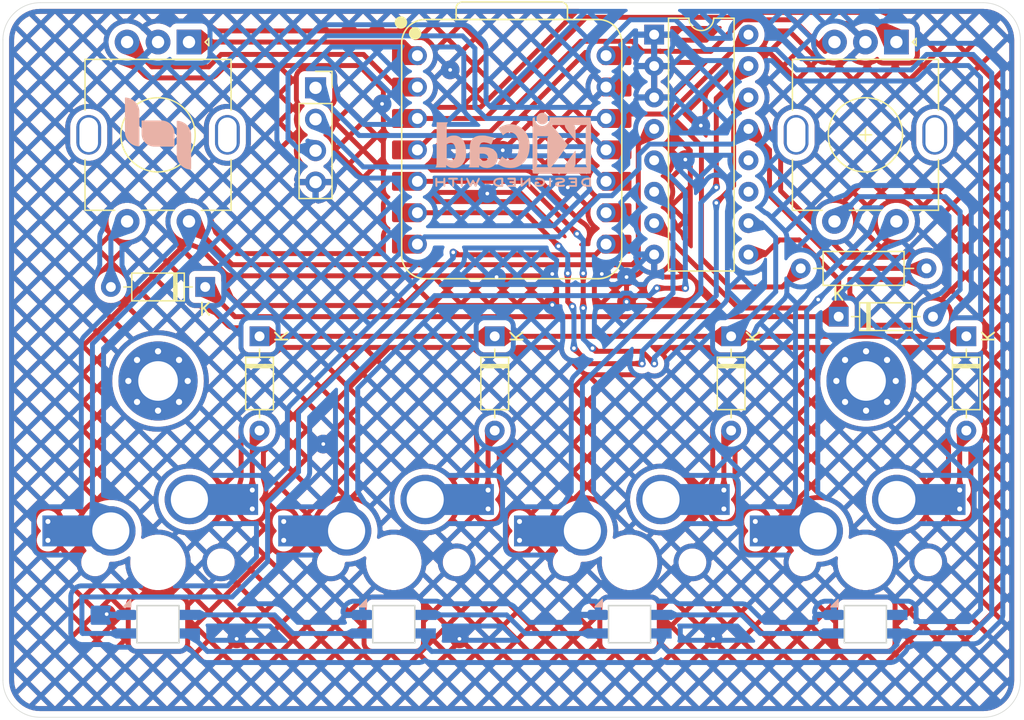
<source format=kicad_pcb>
(kicad_pcb (version 20240108) (generator "pcbnew") (generator_version "8.0")
  (layers (0 "F.Cu" signal) (31 "B.Cu" signal) (34 "B.Paste" user) (35 "F.Paste" user) (36 "B.SilkS" user "B.Silkscreen") (37 "F.SilkS" user "F.Silkscreen") (38 "B.Mask" user) (39 "F.Mask" user) (44 "Edge.Cuts" user))
  (net 0 "")
  (net 1 "/RGB")
  (net 2 "Net-(D1-DOUT)")
  (net 3 "Net-(D8-DOUT)")
  (net 4 "Net-(D10-DIN)")
  (net 5 "Net-(D2-A)")
  (net 6 "row1")
  (net 7 "Net-(D3-A)")
  (net 8 "Net-(D4-A)")
  (net 9 "Net-(D5-A)")
  (net 10 "row0")
  (net 11 "Net-(D6-A)")
  (net 12 "Net-(D7-A)")
  (net 13 "/ENC1_B")
  (net 14 "/ENC1_A")
  (net 16 "/ENC2_A")
  (net 17 "/ENC2_B")
  (net 18 "+3V3")
  (net 19 "/IO_INT")
  (net 21 "OLED_SCL")
  (net 22 "GND")
  (net 23 "OLED_SDA")
  (net 24 "col0")
  (net 25 "col1")
  (net 26 "col2")
  (net 27 "col3")
  (net 28 "+5V")
  (net 29 "/SDA_MUX")
  (net 30 "/SCK_MUX")
  (footprint "MountingHole:MountingHole_3.2mm_M3_Pad_Via" (layer "F.Cu") (at 102.4 104.4)
    (property "Reference" "REF**" (hide yes))
    (property "Value" "MountingHole_3.2mm_M3_Pad_Via")
    (pad "1" thru_hole circle (at -2.4 0) (size 0.8 0.8) (drill 0.5) (layers "*.Cu" "*.Mask"))
    (pad "1" thru_hole circle (at -1.697056 -1.697056) (size 0.8 0.8) (drill 0.5) (layers "*.Cu" "*.Mask"))
    (pad "1" thru_hole circle (at -1.697056 1.697056) (size 0.8 0.8) (drill 0.5) (layers "*.Cu" "*.Mask"))
    (pad "1" thru_hole circle (at 0 -2.4) (size 0.8 0.8) (drill 0.5) (layers "*.Cu" "*.Mask"))
    (pad "1" thru_hole circle (at 0 0) (size 6.4 6.4) (drill 3.2) (layers "*.Cu" "*.Mask"))
    (pad "1" thru_hole circle (at 0 2.4) (size 0.8 0.8) (drill 0.5) (layers "*.Cu" "*.Mask"))
    (pad "1" thru_hole circle (at 1.697056 -1.697056) (size 0.8 0.8) (drill 0.5) (layers "*.Cu" "*.Mask"))
    (pad "1" thru_hole circle (at 1.697056 1.697056) (size 0.8 0.8) (drill 0.5) (layers "*.Cu" "*.Mask"))
    (pad "1" thru_hole circle (at 2.4 0) (size 0.8 0.8) (drill 0.5) (layers "*.Cu" "*.Mask"))
  )
  (footprint "MountingHole:MountingHole_3.2mm_M3_Pad_Via" (layer "F.Cu") (at 159.6 104.4)
    (property "Reference" "REF**" (hide yes))
    (property "Value" "MountingHole_3.2mm_M3_Pad_Via")
    (pad "1" thru_hole circle (at -2.4 0) (size 0.8 0.8) (drill 0.5) (layers "*.Cu" "*.Mask"))
    (pad "1" thru_hole circle (at -1.697056 -1.697056) (size 0.8 0.8) (drill 0.5) (layers "*.Cu" "*.Mask"))
    (pad "1" thru_hole circle (at -1.697056 1.697056) (size 0.8 0.8) (drill 0.5) (layers "*.Cu" "*.Mask"))
    (pad "1" thru_hole circle (at 0 -2.4) (size 0.8 0.8) (drill 0.5) (layers "*.Cu" "*.Mask"))
    (pad "1" thru_hole circle (at 0 0) (size 6.4 6.4) (drill 3.2) (layers "*.Cu" "*.Mask"))
    (pad "1" thru_hole circle (at 0 2.4) (size 0.8 0.8) (drill 0.5) (layers "*.Cu" "*.Mask"))
    (pad "1" thru_hole circle (at 1.697056 -1.697056) (size 0.8 0.8) (drill 0.5) (layers "*.Cu" "*.Mask"))
    (pad "1" thru_hole circle (at 1.697056 1.697056) (size 0.8 0.8) (drill 0.5) (layers "*.Cu" "*.Mask"))
    (pad "1" thru_hole circle (at 2.4 0) (size 0.8 0.8) (drill 0.5) (layers "*.Cu" "*.Mask"))
  )
  (footprint "Diode_THT:D_DO-35_SOD27_P7.62mm_Horizontal" (layer "F.Cu") (at 157.39 99.2)
    (property "Reference" "D7" (hide yes))
    (property "Value" "1N4148")
    (fp_text user "K" (at 0 -1.8 0) (layer "F.SilkS"))
    (pad "1" thru_hole rect (at 0 0) (size 1.6 1.6) (drill 0.8) (layers "*.Cu" "*.Mask") (net 10 "row0"))
    (pad "2" thru_hole oval (at 7.62 0) (size 1.6 1.6) (drill 0.8) (layers "*.Cu" "*.Mask") (net 12 "Net-(D7-A)"))
  )
  (footprint "Keebio-Parts:RotaryEncoder_EC11" (layer "F.Cu") (at 159.55 84.5 -90)
    (property "Reference" "SW6" (hide yes))
    (property "Value" "RotaryEncoder_Switch")
    (pad "" np_thru_hole oval (at 0 -5.6 270) (size 3.2 2) (drill oval 2.8 1.5) (layers "F&B.Cu" "*.Mask"))
    (pad "" np_thru_hole oval (at 0 5.6 270) (size 3.2 2) (drill oval 2.8 1.5) (layers "F&B.Cu" "*.Mask"))
    (pad "A" thru_hole rect (at -7.5 -2.5 270) (size 2 2) (drill 1) (layers "*.Cu" "*.Mask") (net 16 "/ENC2_A"))
    (pad "B" thru_hole circle (at -7.5 2.5 270) (size 2 2) (drill 1) (layers "*.Cu" "*.Mask") (net 17 "/ENC2_B"))
    (pad "C" thru_hole circle (at -7.5 0 270) (size 2 2) (drill 1) (layers "*.Cu" "*.Mask") (net 22 "GND"))
    (pad "S1" thru_hole circle (at 7 2.5 270) (size 2 2) (drill 1) (layers "*.Cu" "*.Mask") (net 12 "Net-(D7-A)"))
    (pad "S2" thru_hole circle (at 7 -2.5 270) (size 2 2) (drill 1) (layers "*.Cu" "*.Mask") (net 27 "col3"))
  )
  (footprint "Seeed Studio XIAO Series Library:XIAO-RP2040-DIP" (layer "F.Cu") (at 130.975 85.7185)
    (property "Reference" "U1" (hide yes))
    (property "Value" "MCU_Seeed_XIAO_RP2040")
    (pad "1" smd roundrect (at -8.455 -7.62 180) (size 2.432 1.524) (layers "F.Cu" "F.Mask") (roundrect_rratio 0.1) (net 14 "/ENC1_A"))
    (pad "1" thru_hole circle (at -7.62 -7.62 180) (size 1.524 1.524) (drill 0.889) (layers "*.Cu" "*.Mask") (net 14 "/ENC1_A"))
    (pad "2" smd roundrect (at -8.455 -5.08 180) (size 2.432 1.524) (layers "F.Cu" "F.Mask") (roundrect_rratio 0.1) (net 13 "/ENC1_B"))
    (pad "2" thru_hole circle (at -7.62 -5.08 180) (size 1.524 1.524) (drill 0.889) (layers "*.Cu" "*.Mask") (net 13 "/ENC1_B"))
    (pad "3" smd roundrect (at -8.455 -2.54 180) (size 2.432 1.524) (layers "F.Cu" "F.Mask") (roundrect_rratio 0.1) (net 16 "/ENC2_A"))
    (pad "3" thru_hole circle (at -7.62 -2.54 180) (size 1.524 1.524) (drill 0.889) (layers "*.Cu" "*.Mask") (net 16 "/ENC2_A"))
    (pad "4" smd roundrect (at -8.455 0 180) (size 2.432 1.524) (layers "F.Cu" "F.Mask") (roundrect_rratio 0.1) (net 17 "/ENC2_B"))
    (pad "4" thru_hole circle (at -7.62 0 180) (size 1.524 1.524) (drill 0.889) (layers "*.Cu" "*.Mask") (net 17 "/ENC2_B"))
    (pad "5" smd roundrect (at -8.455 2.54 180) (size 2.432 1.524) (layers "F.Cu" "F.Mask") (roundrect_rratio 0.1) (net 29 "/SDA_MUX"))
    (pad "5" thru_hole circle (at -7.62 2.54 180) (size 1.524 1.524) (drill 0.889) (layers "*.Cu" "*.Mask") (net 29 "/SDA_MUX"))
    (pad "6" smd roundrect (at -8.455 5.08 180) (size 2.432 1.524) (layers "F.Cu" "F.Mask") (roundrect_rratio 0.1) (net 30 "/SCK_MUX"))
    (pad "6" thru_hole circle (at -7.62 5.08 180) (size 1.524 1.524) (drill 0.889) (layers "*.Cu" "*.Mask") (net 30 "/SCK_MUX"))
    (pad "7" smd roundrect (at -8.455 7.62 180) (size 2.432 1.524) (layers "F.Cu" "F.Mask") (roundrect_rratio 0.1) (net 19 "/IO_INT"))
    (pad "7" thru_hole circle (at -7.62 7.62 180) (size 1.524 1.524) (drill 0.889) (layers "*.Cu" "*.Mask") (net 19 "/IO_INT"))
    (pad "8" thru_hole circle (at 7.62 7.62) (size 1.524 1.524) (drill 0.889) (layers "*.Cu" "*.Mask") (net 1 "/RGB"))
    (pad "8" smd roundrect (at 8.455 7.62) (size 2.432 1.524) (layers "F.Cu" "F.Mask") (roundrect_rratio 0.1) (net 1 "/RGB"))
    (pad "9" thru_hole circle (at 7.62 5.08) (size 1.524 1.524) (drill 0.889) (layers "*.Cu" "*.Mask"))
    (pad "9" smd roundrect (at 8.455 5.08) (size 2.432 1.524) (layers "F.Cu" "F.Mask") (roundrect_rratio 0.1))
    (pad "10" thru_hole circle (at 7.62 2.54) (size 1.524 1.524) (drill 0.889) (layers "*.Cu" "*.Mask") (net 21 "OLED_SCL"))
    (pad "10" smd roundrect (at 8.455 2.54) (size 2.432 1.524) (layers "F.Cu" "F.Mask") (roundrect_rratio 0.1) (net 21 "OLED_SCL"))
    (pad "11" thru_hole circle (at 7.62 0) (size 1.524 1.524) (drill 0.889) (layers "*.Cu" "*.Mask") (net 23 "OLED_SDA"))
    (pad "11" smd roundrect (at 8.455 0) (size 2.432 1.524) (layers "F.Cu" "F.Mask") (roundrect_rratio 0.1) (net 23 "OLED_SDA"))
    (pad "12" thru_hole circle (at 7.62 -2.54) (size 1.524 1.524) (drill 0.889) (layers "*.Cu" "*.Mask") (net 18 "+3V3"))
    (pad "12" smd roundrect (at 8.455 -2.54) (size 2.432 1.524) (layers "F.Cu" "F.Mask") (roundrect_rratio 0.1) (net 18 "+3V3"))
    (pad "13" thru_hole circle (at 7.62 -5.08) (size 1.524 1.524) (drill 0.889) (layers "*.Cu" "*.Mask") (net 22 "GND"))
    (pad "13" smd roundrect (at 8.455 -5.08) (size 2.432 1.524) (layers "F.Cu" "F.Mask") (roundrect_rratio 0.1) (net 22 "GND"))
    (pad "14" thru_hole circle (at 7.62 -7.62) (size 1.524 1.524) (drill 0.889) (layers "*.Cu" "*.Mask") (net 28 "+5V"))
    (pad "14" smd roundrect (at 8.455 -7.62) (size 2.432 1.524) (layers "F.Cu" "F.Mask") (roundrect_rratio 0.1) (net 28 "+5V"))
  )
  (footprint "MX_Only:MXOnly-1U-Hotswap-Antishear" (layer "F.Cu") (at 159.54375 119.0625)
    (property "Reference" "SW4" (hide yes))
    (property "Value" "SW_Push")
    (pad "" np_thru_hole circle (at -5.08 0 48.0996) (size 1.75 1.75) (drill 1.75) (layers "*.Cu" "*.Mask"))
    (pad "" np_thru_hole circle (at 0 0) (size 3.9878 3.9878) (drill 3.9878) (layers "*.Cu" "*.Mask"))
    (pad "" np_thru_hole circle (at 5.08 0 48.0996) (size 1.75 1.75) (drill 1.75) (layers "*.Cu" "*.Mask"))
    (pad "1" thru_hole circle (at -8.89 -3.302) (size 0.8 0.8) (drill 0.4) (layers "*.Cu") (net 27 "col3"))
    (pad "1" thru_hole circle (at -8.89 -1.778) (size 0.8 0.8) (drill 0.4) (layers "*.Cu") (net 27 "col3"))
    (pad "1" smd rect (at -7.085 -2.54) (size 4.5 2.5) (layers "B.Cu") (net 27 "col3"))
    (pad "1" thru_hole circle (at -3.81 -2.54) (size 4 4) (drill 3) (layers "*.Cu") (net 27 "col3"))
    (pad "2" thru_hole circle (at 2.54 -5.08) (size 4 4) (drill 3) (layers "*.Cu") (net 9 "Net-(D5-A)"))
    (pad "2" smd rect (at 5.842 -5.08) (size 4.5 2.5) (layers "B.Cu") (net 9 "Net-(D5-A)"))
    (pad "2" thru_hole circle (at 7.62 -5.842) (size 0.8 0.8) (drill 0.4) (layers "*.Cu") (net 9 "Net-(D5-A)"))
    (pad "2" thru_hole circle (at 7.62 -4.318) (size 0.8 0.8) (drill 0.4) (layers "*.Cu") (net 9 "Net-(D5-A)"))
  )
  (footprint "Package_DIP:DIP-16_W7.62mm" (layer "F.Cu") (at 142.48 76.4)
    (property "Reference" "U2" (hide yes))
    (property "Value" "PCF8574A")
    (pad "1" thru_hole rect (at 0 0) (size 1.6 1.6) (drill 0.8) (layers "*.Cu" "*.Mask") (net 22 "GND"))
    (pad "2" thru_hole oval (at 0 2.54) (size 1.6 1.6) (drill 0.8) (layers "*.Cu" "*.Mask") (net 22 "GND"))
    (pad "3" thru_hole oval (at 0 5.08) (size 1.6 1.6) (drill 0.8) (layers "*.Cu" "*.Mask") (net 22 "GND"))
    (pad "4" thru_hole oval (at 0 7.62) (size 1.6 1.6) (drill 0.8) (layers "*.Cu" "*.Mask") (net 24 "col0"))
    (pad "5" thru_hole oval (at 0 10.16) (size 1.6 1.6) (drill 0.8) (layers "*.Cu" "*.Mask") (net 25 "col1"))
    (pad "6" thru_hole oval (at 0 12.7) (size 1.6 1.6) (drill 0.8) (layers "*.Cu" "*.Mask") (net 26 "col2"))
    (pad "7" thru_hole oval (at 0 15.24) (size 1.6 1.6) (drill 0.8) (layers "*.Cu" "*.Mask") (net 27 "col3"))
    (pad "8" thru_hole oval (at 0 17.78) (size 1.6 1.6) (drill 0.8) (layers "*.Cu" "*.Mask") (net 22 "GND"))
    (pad "9" thru_hole oval (at 7.62 17.78) (size 1.6 1.6) (drill 0.8) (layers "*.Cu" "*.Mask") (net 10 "row0"))
    (pad "10" thru_hole oval (at 7.62 15.24) (size 1.6 1.6) (drill 0.8) (layers "*.Cu" "*.Mask") (net 6 "row1"))
    (pad "11" thru_hole oval (at 7.62 12.7) (size 1.6 1.6) (drill 0.8) (layers "*.Cu" "*.Mask"))
    (pad "12" thru_hole oval (at 7.62 10.16) (size 1.6 1.6) (drill 0.8) (layers "*.Cu" "*.Mask"))
    (pad "13" thru_hole oval (at 7.62 7.62) (size 1.6 1.6) (drill 0.8) (layers "*.Cu" "*.Mask") (net 19 "/IO_INT"))
    (pad "14" thru_hole oval (at 7.62 5.08) (size 1.6 1.6) (drill 0.8) (layers "*.Cu" "*.Mask") (net 29 "/SDA_MUX"))
    (pad "15" thru_hole oval (at 7.62 2.54) (size 1.6 1.6) (drill 0.8) (layers "*.Cu" "*.Mask") (net 30 "/SCK_MUX"))
    (pad "16" thru_hole oval (at 7.62 0) (size 1.6 1.6) (drill 0.8) (layers "*.Cu" "*.Mask") (net 18 "+3V3"))
  )
  (footprint "Resistor_THT:R_Axial_DIN0207_L6.3mm_D2.5mm_P10.16mm_Horizontal" (layer "F.Cu") (at 154.32 95.3)
    (property "Reference" "R1" (hide yes))
    (property "Value" "10k")
    (pad "1" thru_hole circle (at 0 0) (size 1.6 1.6) (drill 0.8) (layers "*.Cu" "*.Mask") (net 18 "+3V3"))
    (pad "2" thru_hole oval (at 10.16 0) (size 1.6 1.6) (drill 0.8) (layers "*.Cu" "*.Mask") (net 19 "/IO_INT"))
  )
  (footprint "Diode_THT:D_DO-35_SOD27_P7.62mm_Horizontal" (layer "F.Cu") (at 167.7 100.79 -90)
    (property "Reference" "D5" (hide yes))
    (property "Value" "1N4148")
    (fp_text user "K" (at 0 -1.8 90) (layer "F.SilkS"))
    (pad "1" thru_hole rect (at 0 0 270) (size 1.6 1.6) (drill 0.8) (layers "*.Cu" "*.Mask") (net 6 "row1"))
    (pad "2" thru_hole oval (at 7.62 0 270) (size 1.6 1.6) (drill 0.8) (layers "*.Cu" "*.Mask") (net 9 "Net-(D5-A)"))
  )
  (footprint "Diode_THT:D_DO-35_SOD27_P7.62mm_Horizontal" (layer "F.Cu") (at 106.21 96.8 180)
    (property "Reference" "D6" (hide yes))
    (property "Value" "1N4148")
    (fp_text user "K" (at 0 -1.8 0) (layer "F.SilkS"))
    (pad "1" thru_hole rect (at 0 0 180) (size 1.6 1.6) (drill 0.8) (layers "*.Cu" "*.Mask") (net 10 "row0"))
    (pad "2" thru_hole oval (at 7.62 0 180) (size 1.6 1.6) (drill 0.8) (layers "*.Cu" "*.Mask") (net 11 "Net-(D6-A)"))
  )
  (footprint "Diode_THT:D_DO-35_SOD27_P7.62mm_Horizontal" (layer "F.Cu") (at 129.6 100.79 -90)
    (property "Reference" "D3" (hide yes))
    (property "Value" "1N4148")
    (fp_text user "K" (at 0 -1.8 90) (layer "F.SilkS"))
    (pad "1" thru_hole rect (at 0 0 270) (size 1.6 1.6) (drill 0.8) (layers "*.Cu" "*.Mask") (net 6 "row1"))
    (pad "2" thru_hole oval (at 7.62 0 270) (size 1.6 1.6) (drill 0.8) (layers "*.Cu" "*.Mask") (net 7 "Net-(D3-A)"))
  )
  (footprint "Keebio-Parts:RotaryEncoder_EC11" (layer "F.Cu") (at 102.4 84.5 -90)
    (property "Reference" "SW5" (hide yes))
    (property "Value" "RotaryEncoder_Switch")
    (pad "" np_thru_hole oval (at 0 -5.6 270) (size 3.2 2) (drill oval 2.8 1.5) (layers "F&B.Cu" "*.Mask"))
    (pad "" np_thru_hole oval (at 0 5.6 270) (size 3.2 2) (drill oval 2.8 1.5) (layers "F&B.Cu" "*.Mask"))
    (pad "A" thru_hole rect (at -7.5 -2.5 270) (size 2 2) (drill 1) (layers "*.Cu" "*.Mask") (net 14 "/ENC1_A"))
    (pad "B" thru_hole circle (at -7.5 2.5 270) (size 2 2) (drill 1) (layers "*.Cu" "*.Mask") (net 13 "/ENC1_B"))
    (pad "C" thru_hole circle (at -7.5 0 270) (size 2 2) (drill 1) (layers "*.Cu" "*.Mask") (net 22 "GND"))
    (pad "S1" thru_hole circle (at 7 2.5 270) (size 2 2) (drill 1) (layers "*.Cu" "*.Mask") (net 11 "Net-(D6-A)"))
    (pad "S2" thru_hole circle (at 7 -2.5 270) (size 2 2) (drill 1) (layers "*.Cu" "*.Mask") (net 24 "col0"))
  )
  (footprint "MX_Only:MXOnly-1U-Hotswap-Antishear" (layer "F.Cu") (at 121.44375 119.0625)
    (property "Reference" "SW2" (hide yes))
    (property "Value" "SW_Push")
    (pad "" np_thru_hole circle (at -5.08 0 48.0996) (size 1.75 1.75) (drill 1.75) (layers "*.Cu" "*.Mask"))
    (pad "" np_thru_hole circle (at 0 0) (size 3.9878 3.9878) (drill 3.9878) (layers "*.Cu" "*.Mask"))
    (pad "" np_thru_hole circle (at 5.08 0 48.0996) (size 1.75 1.75) (drill 1.75) (layers "*.Cu" "*.Mask"))
    (pad "1" thru_hole circle (at -8.89 -3.302) (size 0.8 0.8) (drill 0.4) (layers "*.Cu") (net 25 "col1"))
    (pad "1" thru_hole circle (at -8.89 -1.778) (size 0.8 0.8) (drill 0.4) (layers "*.Cu") (net 25 "col1"))
    (pad "1" smd rect (at -7.085 -2.54) (size 4.5 2.5) (layers "B.Cu") (net 25 "col1"))
    (pad "1" thru_hole circle (at -3.81 -2.54) (size 4 4) (drill 3) (layers "*.Cu") (net 25 "col1"))
    (pad "2" thru_hole circle (at 2.54 -5.08) (size 4 4) (drill 3) (layers "*.Cu") (net 7 "Net-(D3-A)"))
    (pad "2" smd rect (at 5.842 -5.08) (size 4.5 2.5) (layers "B.Cu") (net 7 "Net-(D3-A)"))
    (pad "2" thru_hole circle (at 7.62 -5.842) (size 0.8 0.8) (drill 0.4) (layers "*.Cu") (net 7 "Net-(D3-A)"))
    (pad "2" thru_hole circle (at 7.62 -4.318) (size 0.8 0.8) (drill 0.4) (layers "*.Cu") (net 7 "Net-(D3-A)"))
  )
  (footprint "MX_Only:MXOnly-1U-Hotswap-Antishear" (layer "F.Cu") (at 102.39375 119.0625)
    (property "Reference" "SW1" (hide yes))
    (property "Value" "SW_Push")
    (pad "" np_thru_hole circle (at -5.08 0 48.0996) (size 1.75 1.75) (drill 1.75) (layers "*.Cu" "*.Mask"))
    (pad "" np_thru_hole circle (at 0 0) (size 3.9878 3.9878) (drill 3.9878) (layers "*.Cu" "*.Mask"))
    (pad "" np_thru_hole circle (at 5.08 0 48.0996) (size 1.75 1.75) (drill 1.75) (layers "*.Cu" "*.Mask"))
    (pad "1" thru_hole circle (at -8.89 -3.302) (size 0.8 0.8) (drill 0.4) (layers "*.Cu") (net 24 "col0"))
    (pad "1" thru_hole circle (at -8.89 -1.778) (size 0.8 0.8) (drill 0.4) (layers "*.Cu") (net 24 "col0"))
    (pad "1" smd rect (at -7.085 -2.54) (size 4.5 2.5) (layers "B.Cu") (net 24 "col0"))
    (pad "1" thru_hole circle (at -3.81 -2.54) (size 4 4) (drill 3) (layers "*.Cu") (net 24 "col0"))
    (pad "2" thru_hole circle (at 2.54 -5.08) (size 4 4) (drill 3) (layers "*.Cu") (net 5 "Net-(D2-A)"))
    (pad "2" smd rect (at 5.842 -5.08) (size 4.5 2.5) (layers "B.Cu") (net 5 "Net-(D2-A)"))
    (pad "2" thru_hole circle (at 7.62 -5.842) (size 0.8 0.8) (drill 0.4) (layers "*.Cu") (net 5 "Net-(D2-A)"))
    (pad "2" thru_hole circle (at 7.62 -4.318) (size 0.8 0.8) (drill 0.4) (layers "*.Cu") (net 5 "Net-(D2-A)"))
  )
  (footprint "Diode_THT:D_DO-35_SOD27_P7.62mm_Horizontal" (layer "F.Cu") (at 148.7 100.79 -90)
    (property "Reference" "D4" (hide yes))
    (property "Value" "1N4148")
    (fp_text user "K" (at 0 -1.8 90) (layer "F.SilkS"))
    (pad "1" thru_hole rect (at 0 0 270) (size 1.6 1.6) (drill 0.8) (layers "*.Cu" "*.Mask") (net 6 "row1"))
    (pad "2" thru_hole oval (at 7.62 0 270) (size 1.6 1.6) (drill 0.8) (layers "*.Cu" "*.Mask") (net 8 "Net-(D4-A)"))
  )
  (footprint "Connector_PinSocket_2.54mm:PinSocket_1x04_P2.54mm_Vertical" (layer "F.Cu") (at 115.125 80.7)
    (property "Reference" "J1" (hide yes))
    (property "Value" "Conn_01x04_Socket")
    (pad "1" thru_hole rect (at 0 0) (size 1.7 1.7) (drill 1) (layers "*.Cu" "*.Mask") (net 23 "OLED_SDA"))
    (pad "2" thru_hole oval (at 0 2.54) (size 1.7 1.7) (drill 1) (layers "*.Cu" "*.Mask") (net 21 "OLED_SCL"))
    (pad "3" thru_hole oval (at 0 5.08) (size 1.7 1.7) (drill 1) (layers "*.Cu" "*.Mask") (net 18 "+3V3"))
    (pad "4" thru_hole oval (at 0 7.62) (size 1.7 1.7) (drill 1) (layers "*.Cu" "*.Mask") (net 22 "GND"))
  )
  (footprint "MX_Only:MXOnly-1U-Hotswap-Antishear" (layer "F.Cu") (at 140.49375 119.0625)
    (property "Reference" "SW3" (hide yes))
    (property "Value" "SW_Push")
    (pad "" np_thru_hole circle (at -5.08 0 48.0996) (size 1.75 1.75) (drill 1.75) (layers "*.Cu" "*.Mask"))
    (pad "" np_thru_hole circle (at 0 0) (size 3.9878 3.9878) (drill 3.9878) (layers "*.Cu" "*.Mask"))
    (pad "" np_thru_hole circle (at 5.08 0 48.0996) (size 1.75 1.75) (drill 1.75) (layers "*.Cu" "*.Mask"))
    (pad "1" thru_hole circle (at -8.89 -3.302) (size 0.8 0.8) (drill 0.4) (layers "*.Cu") (net 26 "col2"))
    (pad "1" thru_hole circle (at -8.89 -1.778) (size 0.8 0.8) (drill 0.4) (layers "*.Cu") (net 26 "col2"))
    (pad "1" smd rect (at -7.085 -2.54) (size 4.5 2.5) (layers "B.Cu") (net 26 "col2"))
    (pad "1" thru_hole circle (at -3.81 -2.54) (size 4 4) (drill 3) (layers "*.Cu") (net 26 "col2"))
    (pad "2" thru_hole circle (at 2.54 -5.08) (size 4 4) (drill 3) (layers "*.Cu") (net 8 "Net-(D4-A)"))
    (pad "2" smd rect (at 5.842 -5.08) (size 4.5 2.5) (layers "B.Cu") (net 8 "Net-(D4-A)"))
    (pad "2" thru_hole circle (at 7.62 -5.842) (size 0.8 0.8) (drill 0.4) (layers "*.Cu") (net 8 "Net-(D4-A)"))
    (pad "2" thru_hole circle (at 7.62 -4.318) (size 0.8 0.8) (drill 0.4) (layers "*.Cu") (net 8 "Net-(D4-A)"))
  )
  (footprint "Diode_THT:D_DO-35_SOD27_P7.62mm_Horizontal" (layer "F.Cu") (at 110.6 100.79 -90)
    (property "Reference" "D2" (hide yes))
    (property "Value" "1N4148")
    (fp_text user "K" (at 0 -1.8 90) (layer "F.SilkS"))
    (pad "1" thru_hole rect (at 0 0 270) (size 1.6 1.6) (drill 0.8) (layers "*.Cu" "*.Mask") (net 6 "row1"))
    (pad "2" thru_hole oval (at 7.62 0 270) (size 1.6 1.6) (drill 0.8) (layers "*.Cu" "*.Mask") (net 5 "Net-(D2-A)"))
  )
  (footprint "Keebio-Parts:SK6812-MINI-E" (layer "B.Cu") (at 102.39375 124.0625 180)
    (property "Reference" "D1" (hide yes))
    (property "Value" "WS2812B" (hide yes))
    (fp_line (start 1.7 1.5) (end -1.7 1.5) (stroke (width 0.12)) (layer "Edge.Cuts"))
    (fp_line (start 1.7 -1.5) (end 1.7 1.5) (stroke (width 0.12)) (layer "Edge.Cuts"))
    (fp_line (start -1.7 1.5) (end -1.7 -1.5) (stroke (width 0.12)) (layer "Edge.Cuts"))
    (fp_line (start -1.7 -1.5) (end 1.7 -1.5) (stroke (width 0.12)) (layer "Edge.Cuts"))
    (pad "1" smd rect (at -2.55 -0.75 180) (size 1.7 0.82) (layers "B.Cu" "B.Paste" "B.Mask") (net 28 "+5V"))
    (pad "2" smd rect (at -2.55 0.75 180) (size 1.7 0.82) (layers "B.Cu" "B.Paste" "B.Mask") (net 2 "Net-(D1-DOUT)"))
    (pad "3" smd roundrect (at 2.55 0.75 180) (size 1.7 0.82) (layers "B.Cu" "B.Paste" "B.Mask") (net 22 "GND"))
    (pad "4" smd rect (at 2.55 -0.75 180) (size 1.7 0.82) (layers "B.Cu" "B.Paste" "B.Mask") (net 1 "/RGB"))
  )
  (footprint "PCB Design:Plyktra Logo" (layer "B.Cu") (at 102.4 84.4 180)
    (property "Reference" "G***" (hide yes))
    (property "Value" "LOGO" (hide yes))
  )
  (footprint "Keebio-Parts:SK6812-MINI-E" (layer "B.Cu") (at 121.44375 124.0625 180)
    (property "Reference" "D8" (hide yes))
    (property "Value" "WS2812B" (hide yes))
    (fp_line (start 1.7 1.5) (end -1.7 1.5) (stroke (width 0.12)) (layer "Edge.Cuts"))
    (fp_line (start 1.7 -1.5) (end 1.7 1.5) (stroke (width 0.12)) (layer "Edge.Cuts"))
    (fp_line (start -1.7 1.5) (end -1.7 -1.5) (stroke (width 0.12)) (layer "Edge.Cuts"))
    (fp_line (start -1.7 -1.5) (end 1.7 -1.5) (stroke (width 0.12)) (layer "Edge.Cuts"))
    (pad "1" smd rect (at -2.55 -0.75 180) (size 1.7 0.82) (layers "B.Cu" "B.Paste" "B.Mask") (net 28 "+5V"))
    (pad "2" smd rect (at -2.55 0.75 180) (size 1.7 0.82) (layers "B.Cu" "B.Paste" "B.Mask") (net 3 "Net-(D8-DOUT)"))
    (pad "3" smd roundrect (at 2.55 0.75 180) (size 1.7 0.82) (layers "B.Cu" "B.Paste" "B.Mask") (net 22 "GND"))
    (pad "4" smd rect (at 2.55 -0.75 180) (size 1.7 0.82) (layers "B.Cu" "B.Paste" "B.Mask") (net 2 "Net-(D1-DOUT)"))
  )
  (footprint "Keebio-Parts:SK6812-MINI-E" (layer "B.Cu") (at 140.49375 124.0625 180)
    (property "Reference" "D9" (hide yes))
    (property "Value" "WS2812B" (hide yes))
    (fp_line (start 1.7 1.5) (end -1.7 1.5) (stroke (width 0.12)) (layer "Edge.Cuts"))
    (fp_line (start 1.7 -1.5) (end 1.7 1.5) (stroke (width 0.12)) (layer "Edge.Cuts"))
    (fp_line (start -1.7 1.5) (end -1.7 -1.5) (stroke (width 0.12)) (layer "Edge.Cuts"))
    (fp_line (start -1.7 -1.5) (end 1.7 -1.5) (stroke (width 0.12)) (layer "Edge.Cuts"))
    (pad "1" smd rect (at -2.55 -0.75 180) (size 1.7 0.82) (layers "B.Cu" "B.Paste" "B.Mask") (net 28 "+5V"))
    (pad "2" smd rect (at -2.55 0.75 180) (size 1.7 0.82) (layers "B.Cu" "B.Paste" "B.Mask") (net 4 "Net-(D10-DIN)"))
    (pad "3" smd roundrect (at 2.55 0.75 180) (size 1.7 0.82) (layers "B.Cu" "B.Paste" "B.Mask") (net 22 "GND"))
    (pad "4" smd rect (at 2.55 -0.75 180) (size 1.7 0.82) (layers "B.Cu" "B.Paste" "B.Mask") (net 3 "Net-(D8-DOUT)"))
  )
  (footprint "Symbol:KiCad-Logo2_5mm_SilkScreen" (layer "B.Cu") (at 131.1 85.7 180)
    (property "Reference" "REF**" (hide yes))
    (property "Value" "KiCad-Logo2_5mm_SilkScreen" (hide yes))
  )
  (footprint "Keebio-Parts:SK6812-MINI-E" (layer "B.Cu") (at 159.54375 124.0625 180)
    (property "Reference" "D10" (hide yes))
    (property "Value" "WS2812B" (hide yes))
    (fp_line (start 1.7 1.5) (end -1.7 1.5) (stroke (width 0.12)) (layer "Edge.Cuts"))
    (fp_line (start 1.7 -1.5) (end 1.7 1.5) (stroke (width 0.12)) (layer "Edge.Cuts"))
    (fp_line (start -1.7 1.5) (end -1.7 -1.5) (stroke (width 0.12)) (layer "Edge.Cuts"))
    (fp_line (start -1.7 -1.5) (end 1.7 -1.5) (stroke (width 0.12)) (layer "Edge.Cuts"))
    (pad "1" smd rect (at -2.55 -0.75 180) (size 1.7 0.82) (layers "B.Cu" "B.Paste" "B.Mask") (net 28 "+5V"))
    (pad "2" smd rect (at -2.55 0.75 180) (size 1.7 0.82) (layers "B.Cu" "B.Paste" "B.Mask"))
    (pad "3" smd roundrect (at 2.55 0.75 180) (size 1.7 0.82) (layers "B.Cu" "B.Paste" "B.Mask") (net 22 "GND"))
    (pad "4" smd rect (at 2.55 -0.75 180) (size 1.7 0.82) (layers "B.Cu" "B.Paste" "B.Mask") (net 4 "Net-(D10-DIN)"))
  )
  (gr_arc (start 89.86875 76.81875) (mid 90.74743 74.69743) (end 92.86875 73.81875) (stroke (width 0.05)) (layer "Edge.Cuts"))
  (gr_line (start 92.86875 73.81875) (end 169.06875 73.81875) (stroke (width 0.05)) (layer "Edge.Cuts"))
  (gr_arc (start 172.06875 128.5875) (mid 171.19007 130.70882) (end 169.06875 131.5875) (stroke (width 0.05)) (layer "Edge.Cuts"))
  (gr_line (start 89.86875 128.5875) (end 89.86875 76.81875) (stroke (width 0.05)) (layer "Edge.Cuts"))
  (gr_line (start 172.06875 76.81875) (end 172.06875 128.5875) (stroke (width 0.05)) (layer "Edge.Cuts"))
  (gr_arc (start 92.86875 131.5875) (mid 90.74743 130.70882) (end 89.86875 128.5875) (stroke (width 0.05)) (layer "Edge.Cuts"))
  (gr_line (start 169.06875 131.5875) (end 92.86875 131.5875) (stroke (width 0.05)) (layer "Edge.Cuts"))
  (gr_arc (start 169.06875 73.81875) (mid 171.19007 74.69743) (end 172.06875 76.81875) (stroke (width 0.05)) (layer "Edge.Cuts"))
  (segment (start 137.7335 94.2) (end 126.45 94.2) (width 0.4) (layer "F.Cu") (net 1))
  (segment (start 138.595 93.3385) (end 137.7335 94.2) (width 0.4) (layer "F.Cu") (net 1))
  (segment (start 126.45 94.2) (end 126.25 94) (width 0.4) (layer "F.Cu") (net 1))
  (via (at 126.25 94) (size 0.6) (drill 0.3) (layers "F.Cu" "B.Cu") (net 1))
  (segment (start 111.25 114.25) (end 113.75 111.75) (width 0.4) (layer "B.Cu") (net 1))
  (segment (start 126.25 94.457057) (end 126.25 94) (width 0.4) (layer "B.Cu") (net 1))
  (segment (start 113.75 111.75) (end 113.75 106.957057) (width 0.4) (layer "B.Cu") (net 1))
  (segment (start 96.25 124.75) (end 96.25 121.8625) (width 0.4) (layer "B.Cu") (net 1))
  (segment (start 113.75 106.957057) (end 126.25 94.457057) (width 0.4) (layer "B.Cu") (net 1))
  (segment (start 99.84375 124.8125) (end 96.3125 124.8125) (width 0.4) (layer "B.Cu") (net 1))
  (segment (start 108.3875 121.8625) (end 111.25 119) (width 0.4) (layer "B.Cu") (net 1))
  (segment (start 96.25 121.8625) (end 108.3875 121.8625) (width 0.4) (layer "B.Cu") (net 1))
  (segment (start 96.3125 124.8125) (end 96.25 124.75) (width 0.4) (layer "B.Cu") (net 1))
  (segment (start 111.25 119) (end 111.25 114.25) (width 0.4) (layer "B.Cu") (net 1))
  (segment (start 111.8125 123.3125) (end 113.3125 124.8125) (width 0.4) (layer "B.Cu") (net 2))
  (segment (start 104.94375 123.3125) (end 111.8125 123.3125) (width 0.4) (layer "B.Cu") (net 2))
  (segment (start 113.3125 124.8125) (end 118.89375 124.8125) (width 0.4) (layer "B.Cu") (net 2))
  (segment (start 123.99375 123.3125) (end 130.5625 123.3125) (width 0.4) (layer "B.Cu") (net 3))
  (segment (start 132.0625 124.8125) (end 137.94375 124.8125) (width 0.4) (layer "B.Cu") (net 3))
  (segment (start 130.5625 123.3125) (end 132.0625 124.8125) (width 0.4) (layer "B.Cu") (net 3))
  (segment (start 149.5625 123.3125) (end 151.0625 124.8125) (width 0.4) (layer "B.Cu") (net 4))
  (segment (start 143.04375 123.3125) (end 149.5625 123.3125) (width 0.4) (layer "B.Cu") (net 4))
  (segment (start 151.0625 124.8125) (end 156.99375 124.8125) (width 0.4) (layer "B.Cu") (net 4))
  (segment (start 110.01375 108.99625) (end 110.6 108.41) (width 0.4) (layer "F.Cu") (net 5))
  (segment (start 110.01375 113.2205) (end 110.01375 108.99625) (width 0.4) (layer "F.Cu") (net 5))
  (segment (start 110.6 100.79) (end 129.6 100.79) (width 0.4) (layer "F.Cu") (net 6))
  (segment (start 148.7 100.79) (end 129.6 100.79) (width 0.4) (layer "F.Cu") (net 6))
  (segment (start 167.7 100.79) (end 148.7 100.79) (width 0.4) (layer "F.Cu") (net 6))
  (segment (start 151.14 91.64) (end 150.1 91.64) (width 0.4) (layer "B.Cu") (net 6))
  (segment (start 152.3 92.8) (end 151.14 91.64) (width 0.4) (layer "B.Cu") (net 6))
  (segment (start 152.3 97.19) (end 152.3 92.8) (width 0.4) (layer "B.Cu") (net 6))
  (segment (start 148.7 100.79) (end 152.3 97.19) (width 0.4) (layer "B.Cu") (net 6))
  (segment (start 129.06375 113.2205) (end 129.06375 108.94625) (width 0.4) (layer "F.Cu") (net 7))
  (segment (start 129.06375 108.94625) (end 129.6 108.41) (width 0.4) (layer "F.Cu") (net 7))
  (segment (start 148.11375 108.99625) (end 148.7 108.41) (width 0.4) (layer "F.Cu") (net 8))
  (segment (start 148.11375 113.2205) (end 148.11375 108.99625) (width 0.4) (layer "F.Cu") (net 8))
  (segment (start 167.16375 108.94625) (end 167.7 108.41) (width 0.4) (layer "F.Cu") (net 9))
  (segment (start 167.16375 113.2205) (end 167.16375 108.94625) (width 0.4) (layer "F.Cu") (net 9))
  (segment (start 157.39 99.2) (end 157.39 96.19) (width 0.4) (layer "F.Cu") (net 10))
  (segment (start 154.2 93) (end 152.6 93) (width 0.4) (layer "F.Cu") (net 10))
  (segment (start 108.61 99.2) (end 106.21 96.8) (width 0.4) (layer "F.Cu") (net 10))
  (segment (start 154.2 93) (end 157.39 96.19) (width 0.4) (layer "F.Cu") (net 10))
  (segment (start 157.39 99.2) (end 108.61 99.2) (width 0.4) (layer "F.Cu") (net 10))
  (segment (start 152.6 93) (end 151.42 94.18) (width 0.4) (layer "F.Cu") (net 10))
  (segment (start 151.42 94.18) (end 150.1 94.18) (width 0.4) (layer "F.Cu") (net 10))
  (segment (start 98.59 92.81) (end 99.9 91.5) (width 0.4) (layer "B.Cu") (net 11))
  (segment (start 98.59 96.8) (end 98.59 92.81) (width 0.4) (layer "B.Cu") (net 11))
  (segment (start 167.2 97.01) (end 167.2 90.7) (width 0.4) (layer "B.Cu") (net 12))
  (segment (start 167.2 90.7) (end 166 89.5) (width 0.4) (layer "B.Cu") (net 12))
  (segment (start 159.05 89.5) (end 157.05 91.5) (width 0.4) (layer "B.Cu") (net 12))
  (segment (start 166 89.5) (end 159.05 89.5) (width 0.4) (layer "B.Cu") (net 12))
  (segment (start 165.01 99.2) (end 167.2 97.01) (width 0.4) (layer "B.Cu") (net 12))
  (segment (start 99.9 77) (end 101.9 79) (width 0.4) (layer "F.Cu") (net 13))
  (segment (start 107.5 78) (end 119 78) (width 0.4) (layer "F.Cu") (net 13))
  (segment (start 101.9 79) (end 106.5 79) (width 0.4) (layer "F.Cu") (net 13))
  (segment (start 106.5 79) (end 107.5 78) (width 0.4) (layer "F.Cu") (net 13))
  (segment (start 119 78) (end 121.6385 80.6385) (width 0.4) (layer "F.Cu") (net 13))
  (segment (start 104.9 77) (end 122.2565 77) (width 0.4) (layer "F.Cu") (net 14))
  (segment (start 122.2565 77) (end 123.355 78.0985) (width 0.4) (layer "F.Cu") (net 14))
  (segment (start 162.05 77) (end 159.65 74.6) (width 0.4) (layer "F.Cu") (net 16))
  (segment (start 137 75) (end 128.8215 83.1785) (width 0.4) (layer "F.Cu") (net 16))
  (segment (start 148.954415 75) (end 137 75) (width 0.4) (layer "F.Cu") (net 16))
  (segment (start 128.8215 83.1785) (end 123.355 83.1785) (width 0.4) (layer "F.Cu") (net 16))
  (segment (start 149.354415 74.6) (end 148.954415 75) (width 0.4) (layer "F.Cu") (net 16))
  (segment (start 159.65 74.6) (end 149.354415 74.6) (width 0.4) (layer "F.Cu") (net 16))
  (segment (start 136.5635 76.9365) (end 129.25 84.25) (width 0.4) (layer "F.Cu") (net 17))
  (segment (start 129.25 84.25) (end 124.8235 84.25) (width 0.4) (layer "F.Cu") (net 17))
  (segment (start 156.3 77.75) (end 153.75 75.2) (width 0.4) (layer "F.Cu") (net 17))
  (segment (start 147.052943 77.75) (end 142.987057 77.75) (width 0.4) (layer "F.Cu") (net 17))
  (segment (start 142.987057 77.75) (end 142.977057 77.74) (width 0.4) (layer "F.Cu") (net 17))
  (segment (start 149.602943 75.2) (end 147.052943 77.75) (width 0.4) (layer "F.Cu") (net 17))
  (segment (start 124.8235 84.25) (end 123.355 85.7185) (width 0.4) (layer "F.Cu") (net 17))
  (segment (start 141.530134 77.74) (end 140.726634 76.9365) (width 0.4) (layer "F.Cu") (net 17))
  (segment (start 140.726634 76.9365) (end 136.5635 76.9365) (width 0.4) (layer "F.Cu") (net 17))
  (segment (start 157.05 77) (end 156.3 77.75) (width 0.4) (layer "F.Cu") (net 17))
  (segment (start 142.977057 77.74) (end 141.530134 77.74) (width 0.4) (layer "F.Cu") (net 17))
  (segment (start 153.75 75.2) (end 149.602943 75.2) (width 0.4) (layer "F.Cu") (net 17))
  (segment (start 138.9535 82.82) (end 143.4 82.82) (width 0.4) (layer "F.Cu") (net 18))
  (segment (start 146.3 85.4) (end 146.3 94.5) (width 0.4) (layer "F.Cu") (net 18))
  (segment (start 143.4 82.82) (end 143.68 82.82) (width 0.4) (layer "F.Cu") (net 18))
  (segment (start 152.82 96.8) (end 154.32 95.3) (width 0.4) (layer "F.Cu") (net 18))
  (segment (start 143.72 82.82) (end 146.3 85.4) (width 0.4) (layer "F.Cu") (net 18))
  (segment (start 146.3 94.5) (end 148.6 96.8) (width 0.4) (layer "F.Cu") (net 18))
  (segment (start 143.68 82.82) (end 150.1 76.4) (width 0.4) (layer "F.Cu") (net 18))
  (segment (start 143.4 82.82) (end 143.72 82.82) (width 0.4) (layer "F.Cu") (net 18))
  (segment (start 148.6 96.8) (end 152.82 96.8) (width 0.4) (layer "F.Cu") (net 18))
  (segment (start 128.9285 83.1785) (end 128 82.25) (width 0.4) (layer "B.Cu") (net 18))
  (segment (start 128 82.25) (end 128 77.5) (width 0.4) (layer "B.Cu") (net 18))
  (segment (start 112.9 79.6) (end 112.9 84.8) (width 0.4) (layer "B.Cu") (net 18))
  (segment (start 128 77.5) (end 127 76.5) (width 0.4) (layer "B.Cu") (net 18))
  (segment (start 114.5 85) (end 115.28 85.78) (width 0.4) (layer "B.Cu") (net 18))
  (segment (start 138.595 83.1785) (end 128.9285 83.1785) (width 0.4) (layer "B.Cu") (net 18))
  (segment (start 112.9 84.8) (end 113.88 85.78) (width 0.4) (layer "B.Cu") (net 18))
  (segment (start 113.88 85.78) (end 115.125 85.78) (width 0.4) (layer "B.Cu") (net 18))
  (segment (start 127 76.5) (end 116 76.5) (width 0.4) (layer "B.Cu") (net 18))
  (segment (start 116 76.5) (end 112.9 79.6) (width 0.4) (layer "B.Cu") (net 18))
  (segment (start 151.8 85.72) (end 150.1 84.02) (width 0.4) (layer "F.Cu") (net 19))
  (segment (start 164.48 95.3) (end 157.7 95.3) (width 0.4) (layer "F.Cu") (net 19))
  (segment (start 151.8 89.4) (end 151.8 85.72) (width 0.4) (layer "F.Cu") (net 19))
  (segment (start 157.7 95.3) (end 151.8 89.4) (width 0.4) (layer "F.Cu") (net 19))
  (segment (start 138.0795 89.4205) (end 139.076317 89.4205) (width 0.4) (layer "B.Cu") (net 19))
  (segment (start 139.076317 89.4205) (end 141.25 87.246817) (width 0.4) (layer "B.Cu") (net 19))
  (segment (start 141.25 86.092943) (end 142.092943 85.25) (width 0.4) (layer "B.Cu") (net 19))
  (segment (start 141.25 87.246817) (end 141.25 86.092943) (width 0.4) (layer "B.Cu") (net 19))
  (segment (start 134.75 92.75) (end 138.0795 89.4205) (width 0.4) (layer "B.Cu") (net 19))
  (segment (start 123.9435 92.75) (end 134.75 92.75) (width 0.4) (layer "B.Cu") (net 19))
  (segment (start 123.355 93.3385) (end 123.9435 92.75) (width 0.4) (layer "B.Cu") (net 19))
  (segment (start 142.092943 85.25) (end 148.87 85.25) (width 0.4) (layer "B.Cu") (net 19))
  (segment (start 148.87 85.25) (end 150.1 84.02) (width 0.4) (layer "B.Cu") (net 19))
  (segment (start 137.433 87.0965) (end 118.9815 87.0965) (width 0.4) (layer "B.Cu") (net 21))
  (segment (start 118.9815 87.0965) (end 115.125 83.24) (width 0.4) (layer "B.Cu") (net 21))
  (segment (start 138.595 88.2585) (end 137.433 87.0965) (width 0.4) (layer "B.Cu") (net 21))
  (segment (start 142.48 81.48) (end 142.48 78.94) (width 0.4) (layer "F.Cu") (net 22))
  (segment (start 140.25 96) (end 140.25 98) (width 0.4) (layer "F.Cu") (net 22))
  (via (at 129 89.25) (size 0.6) (drill 0.3) (layers "F.Cu" "B.Cu") (net 22))
  (via (at 120.5 82) (size 0.6) (drill 0.3) (layers "F.Cu" "B.Cu") (net 22))
  (via (at 140.25 96) (size 0.6) (drill 0.3) (layers "F.Cu" "B.Cu") (net 22))
  (via (at 134.25 95.75) (size 0.6) (drill 0.3) (layers "F.Cu" "B.Cu") (net 22))
  (via (at 140.25 98) (size 0.6) (drill 0.3) (layers "F.Cu" "B.Cu") (net 22))
  (via (at 108.75 125.25) (size 0.6) (drill 0.3) (layers "F.Cu" "B.Cu") (net 22))
  (via (at 146.25 83.75) (size 0.6) (drill 0.3) (layers "F.Cu" "B.Cu") (net 22))
  (via (at 145 86.5) (size 0.6) (drill 0.3) (layers "F.Cu" "B.Cu") (net 22))
  (via (at 138.25 95.75) (size 0.6) (drill 0.3) (layers "F.Cu" "B.Cu") (net 22))
  (via (at 135.5 88.75) (size 0.6) (drill 0.3) (layers "F.Cu" "B.Cu") (net 22))
  (via (at 147.25 125.25) (size 0.6) (drill 0.3) (layers "F.Cu" "B.Cu") (net 22))
  (via (at 115.75 109.5) (size 0.6) (drill 0.3) (layers "F.Cu" "B.Cu") (net 22))
  (via (at 98.25 123.25) (size 0.6) (drill 0.3) (layers "F.Cu" "B.Cu") (net 22))
  (via (at 134.25 98.25) (size 0.6) (drill 0.3) (layers "F.Cu" "B.Cu") (net 22))
  (via (at 126.75 125.25) (size 0.6) (drill 0.3) (layers "F.Cu" "B.Cu") (net 22))
  (via (at 130.25 85.75) (size 0.6) (drill 0.3) (layers "F.Cu" "B.Cu") (net 22))
  (via (at 129.75 96) (size 0.6) (drill 0.3) (layers "F.Cu" "B.Cu") (net 22))
  (via (at 126 79.25) (size 0.6) (drill 0.3) (layers "F.Cu" "B.Cu") (net 22))
  (segment (start 142.07 94.18) (end 140.25 96) (width 0.4) (layer "B.Cu") (net 22))
  (segment (start 98.3125 123.3125) (end 98.25 123.25) (width 0.4) (layer "B.Cu") (net 22))
  (segment (start 142.48 76.4) (end 142.48 81.48) (width 0.4) (layer "B.Cu") (net 22))
  (segment (start 99.84375 123.3125) (end 98.3125 123.3125) (width 0.4) (layer "B.Cu") (net 22))
  (segment (start 138.595 85.7185) (end 137.433 84.5565) (width 0.4) (layer "B.Cu") (net 23))
  (segment (start 118.6565 84.5565) (end 115.125 81.025) (width 0.4) (layer "B.Cu") (net 23))
  (segment (start 115.125 81.025) (end 115.125 80.7) (width 0.4) (layer "B.Cu") (net 23))
  (segment (start 137.433 84.5565) (end 118.6565 84.5565) (width 0.4) (layer "B.Cu") (net 23))
  (segment (start 140.7 95) (end 108.4 95) (width 0.4) (layer "F.Cu") (net 24))
  (segment (start 141.2 94.5) (end 140.7 95) (width 0.4) (layer "F.Cu") (net 24))
  (segment (start 142.48 84.02) (end 141.2 85.3) (width 0.4) (layer "F.Cu") (net 24))
  (segment (start 108.4 95) (end 104.9 91.5) (width 0.4) (layer "F.Cu") (net 24))
  (segment (start 141.2 85.3) (end 141.2 94.5) (width 0.4) (layer "F.Cu") (net 24))
  (segment (start 98.58375 116.5225) (end 97.1 115.03875) (width 0.4) (layer "B.Cu") (net 24))
  (segment (start 97.1 101.4) (end 104.9 93.6) (width 0.4) (layer "B.Cu") (net 24))
  (segment (start 104.9 93.6) (end 104.9 91.5) (width 0.4) (layer "B.Cu") (net 24))
  (segment (start 97.1 115.03875) (end 97.1 101.4) (width 0.4) (layer "B.Cu") (net 24))
  (segment (start 142.7 96.9) (end 145 96.9) (width 0.4) (layer "F.Cu") (net 25))
  (via (at 142.7 96.9) (size 0.6) (drill 0.3) (layers "F.Cu" "B.Cu") (net 25))
  (via (at 145 96.9) (size 0.6) (drill 0.3) (layers "F.Cu" "B.Cu") (net 25))
  (segment (start 140.73995 97.5) (end 142.1 97.5) (width 0.4) (layer "B.Cu") (net 25))
  (segment (start 140.53995 97.3) (end 140.73995 97.5) (width 0.4) (layer "B.Cu") (net 25))
  (segment (start 139.76005 97.5) (end 139.96005 97.3) (width 0.4) (layer "B.Cu") (net 25))
  (segment (start 145 89.08) (end 142.48 86.56) (width 0.4) (layer "B.Cu") (net 25))
  (segment (start 124.75 97.5) (end 139.76005 97.5) (width 0.4) (layer "B.Cu") (net 25))
  (segment (start 145 96.9) (end 145 89.08) (width 0.4) (layer "B.Cu") (net 25))
  (segment (start 117.63375 104.61625) (end 124.75 97.5) (width 0.4) (layer "B.Cu") (net 25))
  (segment (start 139.96005 97.3) (end 140.53995 97.3) (width 0.4) (layer "B.Cu") (net 25))
  (segment (start 142.1 97.5) (end 142.7 96.9) (width 0.4) (layer "B.Cu") (net 25))
  (segment (start 117.63375 116.5225) (end 117.63375 104.61625) (width 0.4) (layer "B.Cu") (net 25))
  (segment (start 136.68375 104.61625) (end 144 97.3) (width 0.4) (layer "B.Cu") (net 26))
  (segment (start 144 97.3) (end 144 90.62) (width 0.4) (layer "B.Cu") (net 26))
  (segment (start 136.68375 116.5225) (end 136.68375 104.61625) (width 0.4) (layer "B.Cu") (net 26))
  (segment (start 144 90.62) (end 142.48 89.1) (width 0.4) (layer "B.Cu") (net 26))
  (segment (start 142.64 91.64) (end 144 93) (width 0.4) (layer "F.Cu") (net 27))
  (segment (start 144 93) (end 144 93.25) (width 0.4) (layer "F.Cu") (net 27))
  (segment (start 144 93.25) (end 149.25 98.5) (width 0.4) (layer "F.Cu") (net 27))
  (segment (start 155.05 98.5) (end 155.73375 97.81625) (width 0.4) (layer "F.Cu") (net 27))
  (segment (start 149.25 98.5) (end 155.05 98.5) (width 0.4) (layer "F.Cu") (net 27))
  (via (at 155.73375 97.81625) (size 0.6) (drill 0.3) (layers "F.Cu" "B.Cu") (net 27))
  (segment (start 154.8 98.75) (end 155.73375 97.81625) (width 0.4) (layer "B.Cu") (net 27))
  (segment (start 155.73375 97.81625) (end 162.05 91.5) (width 0.4) (layer "B.Cu") (net 27))
  (segment (start 154.8 115.58875) (end 154.8 98.75) (width 0.4) (layer "B.Cu") (net 27))
  (segment (start 138.595 77.155) (end 138.595 78.0985) (width 0.4) (layer "B.Cu") (net 28))
  (segment (start 154 79.25) (end 152.35 77.6) (width 0.4) (layer "B.Cu") (net 28))
  (segment (start 164.5 78) (end 163.25 79.25) (width 0.4) (layer "B.Cu") (net 28))
  (segment (start 104.94375 124.8125) (end 106.39375 126.2625) (width 0.4) (layer "B.Cu") (net 28))
  (segment (start 140.55 75.2) (end 138.595 77.155) (width 0.4) (layer "B.Cu") (net 28))
  (segment (start 123.99375 124.8125) (end 123.99375 125.74375) (width 0.4) (layer "B.Cu") (net 28))
  (segment (start 123.99375 125.74375) (end 124.5125 126.2625) (width 0.4) (layer "B.Cu") (net 28))
  (segment (start 163.25 79.25) (end 154 79.25) (width 0.4) (layer "B.Cu") (net 28))
  (segment (start 142.483699 126.2625) (end 143.04375 125.702449) (width 0.4) (layer "B.Cu") (net 28))
  (segment (start 161.533699 126.2625) (end 162.09375 125.702449) (width 0.4) (layer "B.Cu") (net 28))
  (segment (start 146.6 77.6) (end 144.2 75.2) (width 0.4) (layer "B.Cu") (net 28))
  (segment (start 143.04375 125.702449) (end 143.04375 124.8125) (width 0.4) (layer "B.Cu") (net 28))
  (segment (start 168.25 124.75) (end 169.75 123.25) (width 0.4) (layer "B.Cu") (net 28))
  (segment (start 168.25 78) (end 164.5 78) (width 0.4) (layer "B.Cu") (net 28))
  (segment (start 143.04375 125.702449) (end 143.603801 126.2625) (width 0.4) (layer "B.Cu") (net 28))
  (segment (start 169.75 123.25) (end 169.75 79.5) (width 0.4) (layer "B.Cu") (net 28))
  (segment (start 152.35 77.6) (end 146.6 77.6) (width 0.4) (layer "B.Cu") (net 28))
  (segment (start 124.5125 126.2625) (end 142.483699 126.2625) (width 0.4) (layer "B.Cu") (net 28))
  (segment (start 169.75 79.5) (end 168.25 78) (width 0.4) (layer "B.Cu") (net 28))
  (segment (start 144.2 75.2) (end 140.55 75.2) (width 0.4) (layer "B.Cu") (net 28))
  (segment (start 106.39375 126.2625) (end 123.433699 126.2625) (width 0.4) (layer "B.Cu") (net 28))
  (segment (start 162.09375 125.702449) (end 162.09375 124.8125) (width 0.4) (layer "B.Cu") (net 28))
  (segment (start 162.59625 124.75) (end 168.25 124.75) (width 0.4) (layer "B.Cu") (net 28))
  (segment (start 143.603801 126.2625) (end 161.533699 126.2625) (width 0.4) (layer "B.Cu") (net 28))
  (segment (start 123.433699 126.2625) (end 123.99375 125.702449) (width 0.4) (layer "B.Cu") (net 28))
  (segment (start 123.99375 125.702449) (end 123.99375 124.8125) (width 0.4) (layer "B.Cu") (net 28))
  (segment (start 136.75 98.5) (end 136.75 95.7) (width 0.4) (layer "F.Cu") (net 29))
  (segment (start 148.9 82.68) (end 148.9 88.6) (width 0.4) (layer "F.Cu") (net 29))
  (segment (start 148.9 88.6) (end 147.5 90) (width 0.4) (layer "F.Cu") (net 29))
  (segment (start 137.75 102) (end 141.5 102) (width 0.4) (layer "F.Cu") (net 29))
  (segment (start 150.1 81.48) (end 148.9 82.68) (width 0.4) (layer "F.Cu") (net 29))
  (segment (start 136.25 92.5) (end 132.0085 88.2585) (width 0.4) (layer "F.Cu") (net 29))
  (segment (start 142.5 103) (end 141.5 102) (width 0.4) (layer "F.Cu") (net 29))
  (segment (start 132.0085 88.2585) (end 123.355 88.2585) (width 0.4) (layer "F.Cu") (net 29))
  (segment (start 137.75 102) (end 137.5 101.75) (width 0.4) (layer "F.Cu") (net 29))
  (via (at 136.75 95.7) (size 0.6) (drill 0.3) (layers "F.Cu" "B.Cu") (net 29))
  (via (at 137.5 101.75) (size 0.6) (drill 0.3) (layers "F.Cu" "B.Cu") (net 29))
  (via (at 136.25 92.5) (size 0.6) (drill 0.3) (layers "F.Cu" "B.Cu") (net 29))
  (via (at 136.75 98.5) (size 0.6) (drill 0.3) (layers "F.Cu" "B.Cu") (net 29))
  (via (at 142.5 103) (size 0.6) (drill 0.3) (layers "F.Cu" "B.Cu") (net 29))
  (via (at 147.5 90) (size 0.6) (drill 0.3) (layers "F.Cu" "B.Cu") (net 29))
  (segment (start 147.5 90) (end 147.5 97.5) (width 0.4) (layer "B.Cu") (net 29))
  (segment (start 136.75 95.7) (end 136.75 93) (width 0.4) (layer "B.Cu") (net 29))
  (segment (start 147.5 97.5) (end 142.5 102.5) (width 0.4) (layer "B.Cu") (net 29))
  (segment (start 136.75 101) (end 137.5 101.75) (width 0.4) (layer "B.Cu") (net 29))
  (segment (start 136.75 93) (end 136.25 92.5) (width 0.4) (layer "B.Cu") (net 29))
  (segment (start 136.75 98.5) (end 136.75 101) (width 0.4) (layer "B.Cu") (net 29))
  (segment (start 142.5 102.5) (end 142.5 103) (width 0.4) (layer "B.Cu") (net 29))
  (segment (start 147.5 81.54) (end 147.5 88.75) (width 0.4) (layer "F.Cu") (net 30))
  (segment (start 150.1 78.94) (end 147.5 81.54) (width 0.4) (layer "F.Cu") (net 30))
  (segment (start 132.0485 90.7985) (end 123.355 90.7985) (width 0.4) (layer "F.Cu") (net 30))
  (segment (start 141.5 103) (end 137.25 103) (width 0.4) (layer "F.Cu") (net 30))
  (segment (start 135.5 98) (end 135.5 95.7) (width 0.4) (layer "F.Cu") (net 30))
  (segment (start 134.75 93.5) (end 132.0485 90.7985) (width 0.4) (layer "F.Cu") (net 30))
  (segment (start 136 101.75) (end 137.25 103) (width 0.4) (layer "F.Cu") (net 30))
  (segment (start 135.875 98.375) (end 135.5 98) (width 0.4) (layer "F.Cu") (net 30))
  (via (at 135.875 98.375) (size 0.6) (drill 0.3) (layers "F.Cu" "B.Cu") (net 30))
  (via (at 136 101.75) (size 0.6) (drill 0.3) (layers "F.Cu" "B.Cu") (net 30))
  (via (at 135.5 95.7) (size 0.6) (drill 0.3) (layers "F.Cu" "B.Cu") (net 30))
  (via (at 141.5 103) (size 0.6) (drill 0.3) (layers "F.Cu" "B.Cu") (net 30))
  (via (at 147.5 88.75) (size 0.6) (drill 0.3) (layers "F.Cu" "B.Cu") (net 30))
  (via (at 134.75 93.5) (size 0.6) (drill 0.3) (layers "F.Cu" "B.Cu") (net 30))
  (segment (start 136 98.5) (end 136 101.75) (width 0.4) (layer "B.Cu") (net 30))
  (segment (start 135.5 95.7) (end 135.5 94.25) (width 0.4) (layer "B.Cu") (net 30))
  (segment (start 146.25 90) (end 146.25 97.25) (width 0.4) (layer "B.Cu") (net 30))
  (segment (start 141.5 102) (end 141.5 103) (width 0.4) (layer "B.Cu") (net 30))
  (segment (start 135.875 98.375) (end 136 98.5) (width 0.4) (layer "B.Cu") (net 30))
  (segment (start 147.5 88.75) (end 146.25 90) (width 0.4) (layer "B.Cu") (net 30))
  (segment (start 141.5 102) (end 146.25 97.25) (width 0.4) (layer "B.Cu") (net 30))
  (segment (start 135.5 94.25) (end 134.75 93.5) (width 0.4) (layer "B.Cu") (net 30))
  (zone (net 22) (net_name "GND") (layers "F&B.Cu") (connect_pads (clearance 0.5)) (min_thickness 0.25) (fill yes (mode hatch) (thermal_gap 0.5) (thermal_bridge_width 0.5) (hatch_thickness 0.4) (hatch_gap 1.2) (hatch_orientation 45) (hatch_border_algorithm hatch_thickness) (hatch_min_hole_area 0.3))
    (polygon (pts (xy 89.7 73.6) (xy 89.7 131.8) (xy 172.2 131.8) (xy 172.2 73.6)))
  )
)
</source>
